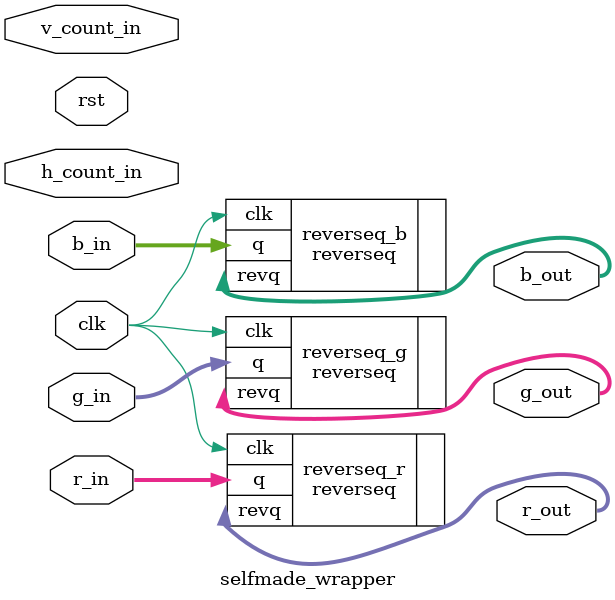
<source format=sv>
`timescale 1ns/1ps
`default_nettype none

module selfmade_wrapper
  #(
    P_IMGDEPTH = -1,
    HEIGHT = -1,
    WIDTH = -1
    )
   (
    input wire 			      clk,
    input wire 			      rst,

    input wire [$clog2(WIDTH+1)-1:0]  h_count_in,
    input wire [$clog2(HEIGHT+1)-1:0] v_count_in,
    
    input wire [P_IMGDEPTH-1:0]       r_in,
    input wire [P_IMGDEPTH-1:0]       g_in,
    input wire [P_IMGDEPTH-1:0]       b_in,
    output wire [P_IMGDEPTH-1:0]      r_out,
    output wire [P_IMGDEPTH-1:0]      g_out,
    output wire [P_IMGDEPTH-1:0]      b_out
    );
   
   
   reverseq reverseq_r(
   		       .clk(clk),
   		       .q(r_in),
   		       .revq(r_out)
   		       );
   reverseq reverseq_g(
   		       .clk(clk),
   		       .q(g_in),
   		       .revq(g_out)
   		       );
   reverseq reverseq_b(
   		       .clk(clk),
   		       .q(b_in),
   		       .revq(b_out)
   		       );
   
   
endmodule // selfmade_wrapper

`default_nettype wire

</source>
